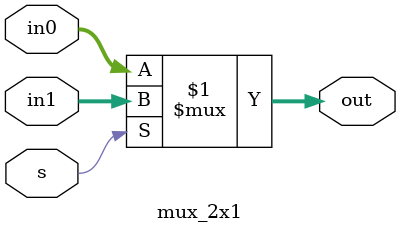
<source format=v>
`timescale 1ns/1ps
module mux_2x1(in0, in1, out, s);
	
	input [31:0] in0, in1;
	input s;
	output [31:0] out;
	
	assign out = (s) ? in1 : in0;

endmodule
</source>
